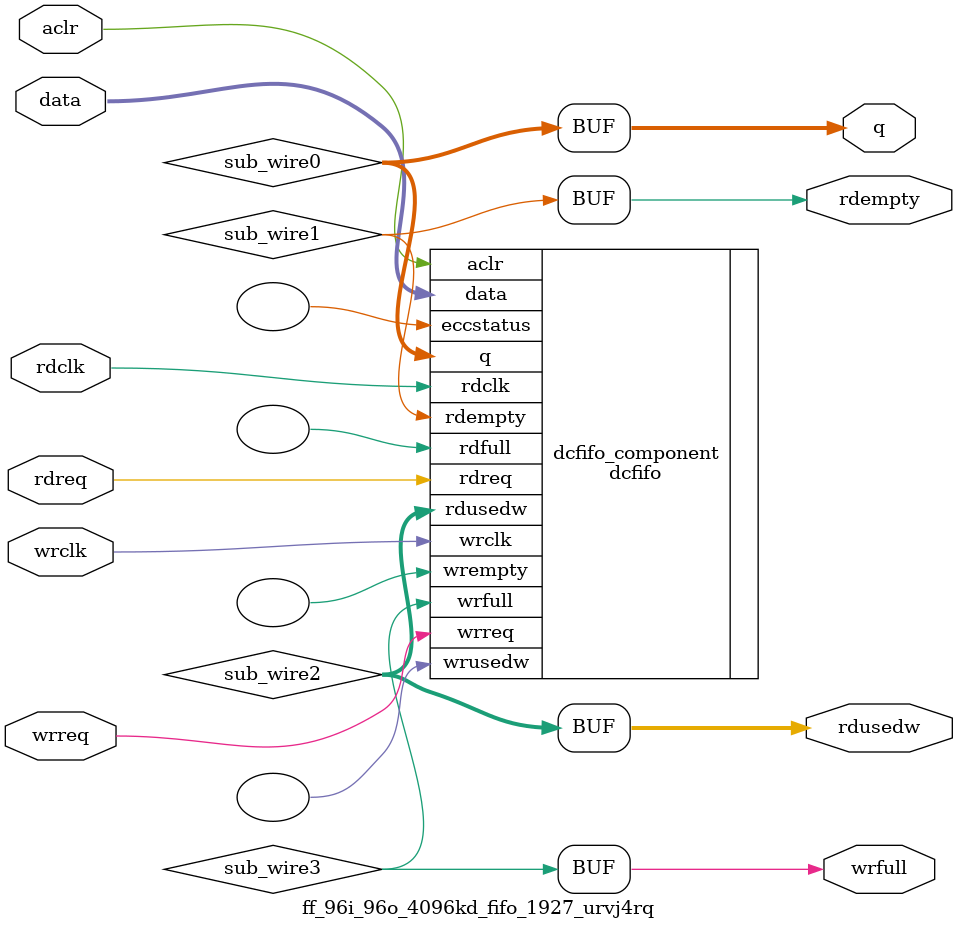
<source format=v>



`timescale 1 ps / 1 ps
// synopsys translate_on
module  ff_96i_96o_4096kd_fifo_1927_urvj4rq  (
    aclr,
    data,
    rdclk,
    rdreq,
    wrclk,
    wrreq,
    q,
    rdempty,
    rdusedw,
    wrfull);

    input    aclr;
    input  [127:0]  data;
    input    rdclk;
    input    rdreq;
    input    wrclk;
    input    wrreq;
    output [127:0]  q;
    output   rdempty;
    output [12:0]  rdusedw;
    output   wrfull;
`ifndef ALTERA_RESERVED_QIS
// synopsys translate_off
`endif
    tri0     aclr;
`ifndef ALTERA_RESERVED_QIS
// synopsys translate_on
`endif

    wire [127:0] sub_wire0;
    wire  sub_wire1;
    wire [12:0] sub_wire2;
    wire  sub_wire3;
    wire [127:0] q = sub_wire0[127:0];
    wire  rdempty = sub_wire1;
    wire [12:0] rdusedw = sub_wire2[12:0];
    wire  wrfull = sub_wire3;

    dcfifo  dcfifo_component (
                .aclr (aclr),
                .data (data),
                .rdclk (rdclk),
                .rdreq (rdreq),
                .wrclk (wrclk),
                .wrreq (wrreq),
                .q (sub_wire0),
                .rdempty (sub_wire1),
                .rdusedw (sub_wire2),
                .wrfull (sub_wire3),
                .eccstatus (),
                .rdfull (),
                .wrempty (),
                .wrusedw ());
    defparam
        dcfifo_component.add_usedw_msb_bit  = "ON",
        dcfifo_component.enable_ecc  = "FALSE",
        dcfifo_component.intended_device_family  = "Agilex 7",
        dcfifo_component.lpm_hint  = "DISABLE_DCFIFO_EMBEDDED_TIMING_CONSTRAINT=TRUE",
        dcfifo_component.lpm_numwords  = 4096,
        dcfifo_component.lpm_showahead  = "OFF",
        dcfifo_component.lpm_type  = "dcfifo",
        dcfifo_component.lpm_width  = 128,
        dcfifo_component.lpm_widthu  = 13,
        dcfifo_component.overflow_checking  = "ON",
        dcfifo_component.rdsync_delaypipe  = 5,
        dcfifo_component.read_aclr_synch  = "OFF",
        dcfifo_component.underflow_checking  = "ON",
        dcfifo_component.use_eab  = "ON",
        dcfifo_component.write_aclr_synch  = "OFF",
        dcfifo_component.wrsync_delaypipe  = 5;


endmodule



</source>
